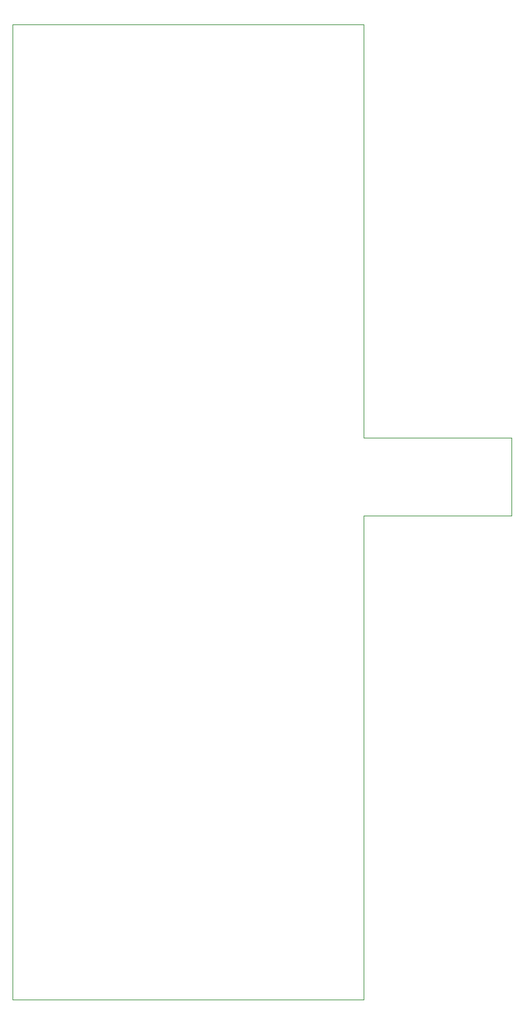
<source format=gbr>
G04 #@! TF.GenerationSoftware,KiCad,Pcbnew,5.1.5-52549c5~84~ubuntu18.04.1*
G04 #@! TF.CreationDate,2020-05-30T11:36:29-04:00*
G04 #@! TF.ProjectId,daughterboard,64617567-6874-4657-9262-6f6172642e6b,rev?*
G04 #@! TF.SameCoordinates,Original*
G04 #@! TF.FileFunction,Profile,NP*
%FSLAX46Y46*%
G04 Gerber Fmt 4.6, Leading zero omitted, Abs format (unit mm)*
G04 Created by KiCad (PCBNEW 5.1.5-52549c5~84~ubuntu18.04.1) date 2020-05-30 11:36:29*
%MOMM*%
%LPD*%
G04 APERTURE LIST*
%ADD10C,0.050000*%
G04 APERTURE END LIST*
D10*
X138000000Y-28000000D02*
X183000000Y-28000000D01*
X138000000Y-153000000D02*
X138000000Y-28000000D01*
X183000000Y-153000000D02*
X138000000Y-153000000D01*
X183000000Y-91000000D02*
X183000000Y-153000000D01*
X202000000Y-91000000D02*
X183000000Y-91000000D01*
X202000000Y-81000000D02*
X202000000Y-91000000D01*
X183000000Y-81000000D02*
X202000000Y-81000000D01*
X183000000Y-28000000D02*
X183000000Y-81000000D01*
M02*

</source>
